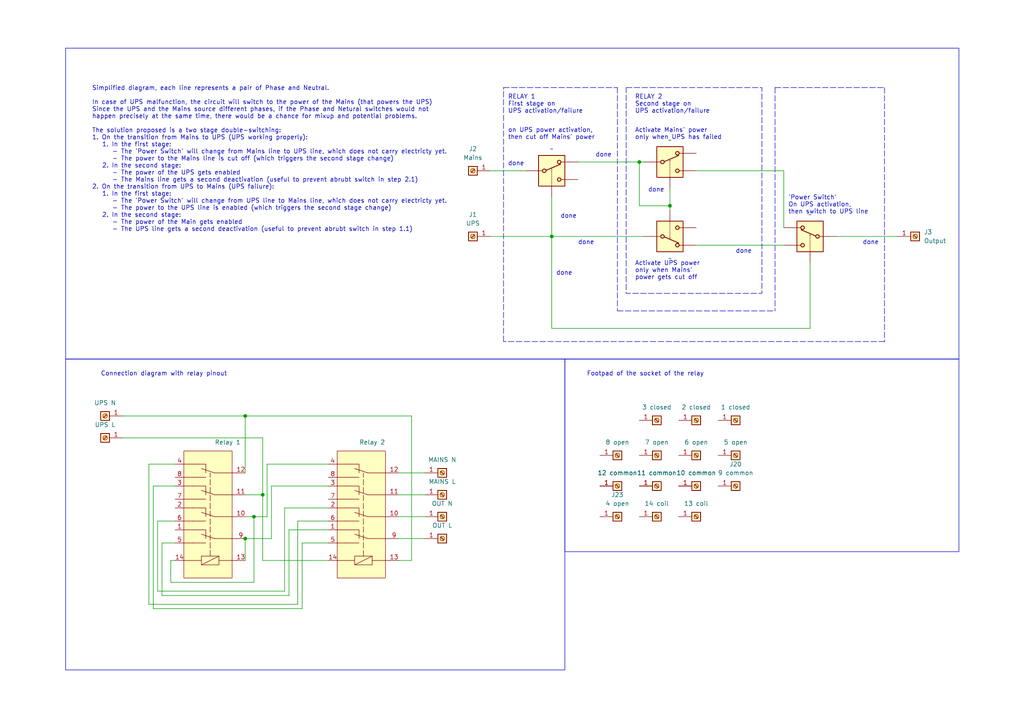
<source format=kicad_sch>
(kicad_sch (version 20230121) (generator eeschema)

  (uuid a0a6ea37-d553-4ef8-b43f-13da2cca2c22)

  (paper "A4")

  (title_block
    (title "Concept for a Uninterruptable Power Supply failure bypass")
    (date "2024-01-21")
    (rev "1.0")
    (company "Jonatan Asensio Palao")
  )

  (lib_symbols
    (symbol "Connector:Screw_Terminal_01x01" (pin_names (offset 1.016) hide) (in_bom yes) (on_board yes)
      (property "Reference" "J" (at 0 2.54 0)
        (effects (font (size 1.27 1.27)))
      )
      (property "Value" "Screw_Terminal_01x01" (at 0 -2.54 0)
        (effects (font (size 1.27 1.27)))
      )
      (property "Footprint" "" (at 0 0 0)
        (effects (font (size 1.27 1.27)) hide)
      )
      (property "Datasheet" "~" (at 0 0 0)
        (effects (font (size 1.27 1.27)) hide)
      )
      (property "ki_keywords" "screw terminal" (at 0 0 0)
        (effects (font (size 1.27 1.27)) hide)
      )
      (property "ki_description" "Generic screw terminal, single row, 01x01, script generated (kicad-library-utils/schlib/autogen/connector/)" (at 0 0 0)
        (effects (font (size 1.27 1.27)) hide)
      )
      (property "ki_fp_filters" "TerminalBlock*:*" (at 0 0 0)
        (effects (font (size 1.27 1.27)) hide)
      )
      (symbol "Screw_Terminal_01x01_1_1"
        (rectangle (start -1.27 1.27) (end 1.27 -1.27)
          (stroke (width 0.254) (type default))
          (fill (type background))
        )
        (polyline
          (pts
            (xy -0.5334 0.3302)
            (xy 0.3302 -0.508)
          )
          (stroke (width 0.1524) (type default))
          (fill (type none))
        )
        (polyline
          (pts
            (xy -0.3556 0.508)
            (xy 0.508 -0.3302)
          )
          (stroke (width 0.1524) (type default))
          (fill (type none))
        )
        (circle (center 0 0) (radius 0.635)
          (stroke (width 0.1524) (type default))
          (fill (type none))
        )
        (pin passive line (at -5.08 0 0) (length 3.81)
          (name "Pin_1" (effects (font (size 1.27 1.27))))
          (number "1" (effects (font (size 1.27 1.27))))
        )
      )
    )
    (symbol "TS5A3159AYZPR_1" (pin_numbers hide) (pin_names (offset 0.127) hide) (in_bom yes) (on_board yes)
      (property "Reference" "U" (at -3.175 7.239 0)
        (effects (font (size 1.27 1.27)) (justify left))
      )
      (property "Value" "TS5A3159AYZPR" (at -3.175 5.461 0)
        (effects (font (size 1.27 1.27)) (justify left))
      )
      (property "Footprint" "Package_BGA:Texas_DSBGA-6_0.9x1.4mm_Layout2x3_P0.5mm" (at 1.27 -14.605 0)
        (effects (font (size 1.27 1.27)) (justify left) hide)
      )
      (property "Datasheet" "http://www.ti.com/lit/ds/symlink/ts5a3159a.pdf" (at 1.27 -12.065 0)
        (effects (font (size 1.27 1.27)) (justify left) hide)
      )
      (property "ki_keywords" "Analog Switch" (at 0 0 0)
        (effects (font (size 1.27 1.27)) hide)
      )
      (property "ki_description" "Single SPDT Analog Switch, 1.65-V to 5.5-V Single-Supply Operation, 1Ohm Ron, DSBGA-6" (at 0 0 0)
        (effects (font (size 1.27 1.27)) hide)
      )
      (property "ki_fp_filters" "Texas*DSBGA*0.9x1.4mm*2x3*P0.5mm*" (at 0 0 0)
        (effects (font (size 1.27 1.27)) hide)
      )
      (symbol "TS5A3159AYZPR_1_1_1"
        (rectangle (start -3.81 4.445) (end 3.81 -4.445)
          (stroke (width 0.254) (type default))
          (fill (type background))
        )
        (circle (center -2.159 0) (radius 0.508)
          (stroke (width 0.254) (type default))
          (fill (type none))
        )
        (polyline
          (pts
            (xy -5.08 0)
            (xy -2.794 0)
          )
          (stroke (width 0) (type default))
          (fill (type none))
        )
        (polyline
          (pts
            (xy -1.651 0.127)
            (xy 2.54 1.905)
          )
          (stroke (width 0.254) (type default))
          (fill (type none))
        )
        (polyline
          (pts
            (xy 0 -5.08)
            (xy 0 -4.572)
          )
          (stroke (width 0) (type default))
          (fill (type none))
        )
        (polyline
          (pts
            (xy 0 -4.318)
            (xy 0 -4.064)
          )
          (stroke (width 0) (type default))
          (fill (type none))
        )
        (polyline
          (pts
            (xy 0 -3.81)
            (xy 0 -3.556)
          )
          (stroke (width 0) (type default))
          (fill (type none))
        )
        (polyline
          (pts
            (xy 0 -3.302)
            (xy 0 -3.048)
          )
          (stroke (width 0) (type default))
          (fill (type none))
        )
        (polyline
          (pts
            (xy 0 -2.794)
            (xy 0 -2.54)
          )
          (stroke (width 0) (type default))
          (fill (type none))
        )
        (polyline
          (pts
            (xy 0 -2.286)
            (xy 0 -2.032)
          )
          (stroke (width 0) (type default))
          (fill (type none))
        )
        (polyline
          (pts
            (xy 0 -1.778)
            (xy 0 -1.524)
          )
          (stroke (width 0) (type default))
          (fill (type none))
        )
        (polyline
          (pts
            (xy 0 -1.27)
            (xy 0 -1.016)
          )
          (stroke (width 0) (type default))
          (fill (type none))
        )
        (polyline
          (pts
            (xy 0 -0.762)
            (xy 0 -0.508)
          )
          (stroke (width 0) (type default))
          (fill (type none))
        )
        (polyline
          (pts
            (xy 0 -0.254)
            (xy 0 0)
          )
          (stroke (width 0) (type default))
          (fill (type none))
        )
        (polyline
          (pts
            (xy 0 0.254)
            (xy 0 0.508)
          )
          (stroke (width 0) (type default))
          (fill (type none))
        )
        (polyline
          (pts
            (xy 0 0.254)
            (xy 0 0.508)
          )
          (stroke (width 0) (type default))
          (fill (type none))
        )
        (polyline
          (pts
            (xy 5.08 -2.54)
            (xy 2.794 -2.54)
          )
          (stroke (width 0) (type default))
          (fill (type none))
        )
        (polyline
          (pts
            (xy 5.08 2.54)
            (xy 2.794 2.54)
          )
          (stroke (width 0) (type default))
          (fill (type none))
        )
        (circle (center 2.159 -2.54) (radius 0.508)
          (stroke (width 0.254) (type default))
          (fill (type none))
        )
        (circle (center 2.159 2.54) (radius 0.508)
          (stroke (width 0.254) (type default))
          (fill (type none))
        )
        (pin passive line (at 7.62 -2.54 180) (length 2.54)
          (name "~" (effects (font (size 1.27 1.27))))
          (number "A1" (effects (font (size 1.27 1.27))))
        )
        (pin input line (at 0 -7.62 90) (length 2.54)
          (name "~" (effects (font (size 1.27 1.27))))
          (number "A2" (effects (font (size 1.27 1.27))))
        )
        (pin passive line (at 7.62 2.54 180) (length 2.54)
          (name "~" (effects (font (size 1.27 1.27))))
          (number "C1" (effects (font (size 1.27 1.27))))
        )
        (pin passive line (at -7.62 0 0) (length 2.54)
          (name "~" (effects (font (size 1.27 1.27))))
          (number "C2" (effects (font (size 1.27 1.27))))
        )
      )
      (symbol "TS5A3159AYZPR_1_2_0"
        (pin power_in line (at 0 -12.7 90) (length 2.54)
          (name "GND" (effects (font (size 1.27 1.27))))
          (number "B1" (effects (font (size 1.27 1.27))))
        )
        (pin power_in line (at 0 12.7 270) (length 2.54)
          (name "V+" (effects (font (size 1.27 1.27))))
          (number "B2" (effects (font (size 1.27 1.27))))
        )
      )
      (symbol "TS5A3159AYZPR_1_2_1"
        (rectangle (start -3.81 10.16) (end 3.81 -10.16)
          (stroke (width 0.254) (type default))
          (fill (type background))
        )
      )
    )
    (symbol "TS5A3159AYZPR_2" (pin_numbers hide) (pin_names (offset 0.127) hide) (in_bom yes) (on_board yes)
      (property "Reference" "U" (at -3.175 7.239 0)
        (effects (font (size 1.27 1.27)) (justify left))
      )
      (property "Value" "TS5A3159AYZPR" (at -3.175 5.461 0)
        (effects (font (size 1.27 1.27)) (justify left))
      )
      (property "Footprint" "Package_BGA:Texas_DSBGA-6_0.9x1.4mm_Layout2x3_P0.5mm" (at 1.27 -14.605 0)
        (effects (font (size 1.27 1.27)) (justify left) hide)
      )
      (property "Datasheet" "http://www.ti.com/lit/ds/symlink/ts5a3159a.pdf" (at 1.27 -12.065 0)
        (effects (font (size 1.27 1.27)) (justify left) hide)
      )
      (property "ki_keywords" "Analog Switch" (at 0 0 0)
        (effects (font (size 1.27 1.27)) hide)
      )
      (property "ki_description" "Single SPDT Analog Switch, 1.65-V to 5.5-V Single-Supply Operation, 1Ohm Ron, DSBGA-6" (at 0 0 0)
        (effects (font (size 1.27 1.27)) hide)
      )
      (property "ki_fp_filters" "Texas*DSBGA*0.9x1.4mm*2x3*P0.5mm*" (at 0 0 0)
        (effects (font (size 1.27 1.27)) hide)
      )
      (symbol "TS5A3159AYZPR_2_1_1"
        (rectangle (start -3.81 4.445) (end 3.81 -4.445)
          (stroke (width 0.254) (type default))
          (fill (type background))
        )
        (circle (center -2.159 0) (radius 0.508)
          (stroke (width 0.254) (type default))
          (fill (type none))
        )
        (polyline
          (pts
            (xy -5.08 0)
            (xy -2.794 0)
          )
          (stroke (width 0) (type default))
          (fill (type none))
        )
        (polyline
          (pts
            (xy -1.651 0.127)
            (xy 2.54 1.905)
          )
          (stroke (width 0.254) (type default))
          (fill (type none))
        )
        (polyline
          (pts
            (xy 0 -5.08)
            (xy 0 -4.572)
          )
          (stroke (width 0) (type default))
          (fill (type none))
        )
        (polyline
          (pts
            (xy 0 -4.318)
            (xy 0 -4.064)
          )
          (stroke (width 0) (type default))
          (fill (type none))
        )
        (polyline
          (pts
            (xy 0 -3.81)
            (xy 0 -3.556)
          )
          (stroke (width 0) (type default))
          (fill (type none))
        )
        (polyline
          (pts
            (xy 0 -3.302)
            (xy 0 -3.048)
          )
          (stroke (width 0) (type default))
          (fill (type none))
        )
        (polyline
          (pts
            (xy 0 -2.794)
            (xy 0 -2.54)
          )
          (stroke (width 0) (type default))
          (fill (type none))
        )
        (polyline
          (pts
            (xy 0 -2.286)
            (xy 0 -2.032)
          )
          (stroke (width 0) (type default))
          (fill (type none))
        )
        (polyline
          (pts
            (xy 0 -1.778)
            (xy 0 -1.524)
          )
          (stroke (width 0) (type default))
          (fill (type none))
        )
        (polyline
          (pts
            (xy 0 -1.27)
            (xy 0 -1.016)
          )
          (stroke (width 0) (type default))
          (fill (type none))
        )
        (polyline
          (pts
            (xy 0 -0.762)
            (xy 0 -0.508)
          )
          (stroke (width 0) (type default))
          (fill (type none))
        )
        (polyline
          (pts
            (xy 0 -0.254)
            (xy 0 0)
          )
          (stroke (width 0) (type default))
          (fill (type none))
        )
        (polyline
          (pts
            (xy 0 0.254)
            (xy 0 0.508)
          )
          (stroke (width 0) (type default))
          (fill (type none))
        )
        (polyline
          (pts
            (xy 0 0.254)
            (xy 0 0.508)
          )
          (stroke (width 0) (type default))
          (fill (type none))
        )
        (polyline
          (pts
            (xy 5.08 -2.54)
            (xy 2.794 -2.54)
          )
          (stroke (width 0) (type default))
          (fill (type none))
        )
        (polyline
          (pts
            (xy 5.08 2.54)
            (xy 2.794 2.54)
          )
          (stroke (width 0) (type default))
          (fill (type none))
        )
        (circle (center 2.159 -2.54) (radius 0.508)
          (stroke (width 0.254) (type default))
          (fill (type none))
        )
        (circle (center 2.159 2.54) (radius 0.508)
          (stroke (width 0.254) (type default))
          (fill (type none))
        )
        (pin passive line (at 7.62 -2.54 180) (length 2.54)
          (name "~" (effects (font (size 1.27 1.27))))
          (number "A1" (effects (font (size 1.27 1.27))))
        )
        (pin input line (at 0 -7.62 90) (length 2.54)
          (name "~" (effects (font (size 1.27 1.27))))
          (number "A2" (effects (font (size 1.27 1.27))))
        )
        (pin passive line (at 7.62 2.54 180) (length 2.54)
          (name "~" (effects (font (size 1.27 1.27))))
          (number "C1" (effects (font (size 1.27 1.27))))
        )
        (pin passive line (at -7.62 0 0) (length 2.54)
          (name "~" (effects (font (size 1.27 1.27))))
          (number "C2" (effects (font (size 1.27 1.27))))
        )
      )
      (symbol "TS5A3159AYZPR_2_2_0"
        (pin power_in line (at 0 -12.7 90) (length 2.54)
          (name "GND" (effects (font (size 1.27 1.27))))
          (number "B1" (effects (font (size 1.27 1.27))))
        )
        (pin power_in line (at 0 12.7 270) (length 2.54)
          (name "V+" (effects (font (size 1.27 1.27))))
          (number "B2" (effects (font (size 1.27 1.27))))
        )
      )
      (symbol "TS5A3159AYZPR_2_2_1"
        (rectangle (start -3.81 10.16) (end 3.81 -10.16)
          (stroke (width 0.254) (type default))
          (fill (type background))
        )
      )
    )
    (symbol "TS5A3159AYZPR_3" (pin_numbers hide) (pin_names (offset 0.127) hide) (in_bom yes) (on_board yes)
      (property "Reference" "U" (at -3.175 7.239 0)
        (effects (font (size 1.27 1.27)) (justify left))
      )
      (property "Value" "TS5A3159AYZPR" (at -3.175 5.461 0)
        (effects (font (size 1.27 1.27)) (justify left))
      )
      (property "Footprint" "Package_BGA:Texas_DSBGA-6_0.9x1.4mm_Layout2x3_P0.5mm" (at 1.27 -14.605 0)
        (effects (font (size 1.27 1.27)) (justify left) hide)
      )
      (property "Datasheet" "http://www.ti.com/lit/ds/symlink/ts5a3159a.pdf" (at 1.27 -12.065 0)
        (effects (font (size 1.27 1.27)) (justify left) hide)
      )
      (property "ki_keywords" "Analog Switch" (at 0 0 0)
        (effects (font (size 1.27 1.27)) hide)
      )
      (property "ki_description" "Single SPDT Analog Switch, 1.65-V to 5.5-V Single-Supply Operation, 1Ohm Ron, DSBGA-6" (at 0 0 0)
        (effects (font (size 1.27 1.27)) hide)
      )
      (property "ki_fp_filters" "Texas*DSBGA*0.9x1.4mm*2x3*P0.5mm*" (at 0 0 0)
        (effects (font (size 1.27 1.27)) hide)
      )
      (symbol "TS5A3159AYZPR_3_1_1"
        (rectangle (start -3.81 4.445) (end 3.81 -4.445)
          (stroke (width 0.254) (type default))
          (fill (type background))
        )
        (circle (center -2.159 0) (radius 0.508)
          (stroke (width 0.254) (type default))
          (fill (type none))
        )
        (polyline
          (pts
            (xy -5.08 0)
            (xy -2.794 0)
          )
          (stroke (width 0) (type default))
          (fill (type none))
        )
        (polyline
          (pts
            (xy -1.651 0.127)
            (xy 2.54 1.905)
          )
          (stroke (width 0.254) (type default))
          (fill (type none))
        )
        (polyline
          (pts
            (xy 0 -5.08)
            (xy 0 -4.572)
          )
          (stroke (width 0) (type default))
          (fill (type none))
        )
        (polyline
          (pts
            (xy 0 -4.318)
            (xy 0 -4.064)
          )
          (stroke (width 0) (type default))
          (fill (type none))
        )
        (polyline
          (pts
            (xy 0 -3.81)
            (xy 0 -3.556)
          )
          (stroke (width 0) (type default))
          (fill (type none))
        )
        (polyline
          (pts
            (xy 0 -3.302)
            (xy 0 -3.048)
          )
          (stroke (width 0) (type default))
          (fill (type none))
        )
        (polyline
          (pts
            (xy 0 -2.794)
            (xy 0 -2.54)
          )
          (stroke (width 0) (type default))
          (fill (type none))
        )
        (polyline
          (pts
            (xy 0 -2.286)
            (xy 0 -2.032)
          )
          (stroke (width 0) (type default))
          (fill (type none))
        )
        (polyline
          (pts
            (xy 0 -1.778)
            (xy 0 -1.524)
          )
          (stroke (width 0) (type default))
          (fill (type none))
        )
        (polyline
          (pts
            (xy 0 -1.27)
            (xy 0 -1.016)
          )
          (stroke (width 0) (type default))
          (fill (type none))
        )
        (polyline
          (pts
            (xy 0 -0.762)
            (xy 0 -0.508)
          )
          (stroke (width 0) (type default))
          (fill (type none))
        )
        (polyline
          (pts
            (xy 0 -0.254)
            (xy 0 0)
          )
          (stroke (width 0) (type default))
          (fill (type none))
        )
        (polyline
          (pts
            (xy 0 0.254)
            (xy 0 0.508)
          )
          (stroke (width 0) (type default))
          (fill (type none))
        )
        (polyline
          (pts
            (xy 0 0.254)
            (xy 0 0.508)
          )
          (stroke (width 0) (type default))
          (fill (type none))
        )
        (polyline
          (pts
            (xy 5.08 -2.54)
            (xy 2.794 -2.54)
          )
          (stroke (width 0) (type default))
          (fill (type none))
        )
        (polyline
          (pts
            (xy 5.08 2.54)
            (xy 2.794 2.54)
          )
          (stroke (width 0) (type default))
          (fill (type none))
        )
        (circle (center 2.159 -2.54) (radius 0.508)
          (stroke (width 0.254) (type default))
          (fill (type none))
        )
        (circle (center 2.159 2.54) (radius 0.508)
          (stroke (width 0.254) (type default))
          (fill (type none))
        )
        (pin passive line (at 7.62 -2.54 180) (length 2.54)
          (name "~" (effects (font (size 1.27 1.27))))
          (number "A1" (effects (font (size 1.27 1.27))))
        )
        (pin input line (at 0 -7.62 90) (length 2.54)
          (name "~" (effects (font (size 1.27 1.27))))
          (number "A2" (effects (font (size 1.27 1.27))))
        )
        (pin passive line (at 7.62 2.54 180) (length 2.54)
          (name "~" (effects (font (size 1.27 1.27))))
          (number "C1" (effects (font (size 1.27 1.27))))
        )
        (pin passive line (at -7.62 0 0) (length 2.54)
          (name "~" (effects (font (size 1.27 1.27))))
          (number "C2" (effects (font (size 1.27 1.27))))
        )
      )
      (symbol "TS5A3159AYZPR_3_2_0"
        (pin power_in line (at 0 -12.7 90) (length 2.54)
          (name "GND" (effects (font (size 1.27 1.27))))
          (number "B1" (effects (font (size 1.27 1.27))))
        )
        (pin power_in line (at 0 12.7 270) (length 2.54)
          (name "V+" (effects (font (size 1.27 1.27))))
          (number "B2" (effects (font (size 1.27 1.27))))
        )
      )
      (symbol "TS5A3159AYZPR_3_2_1"
        (rectangle (start -3.81 10.16) (end 3.81 -10.16)
          (stroke (width 0.254) (type default))
          (fill (type background))
        )
      )
    )
    (symbol "TS5A3159AYZPR_4" (pin_numbers hide) (pin_names (offset 0.127) hide) (in_bom yes) (on_board yes)
      (property "Reference" "U" (at -3.175 7.239 0)
        (effects (font (size 1.27 1.27)) (justify left))
      )
      (property "Value" "TS5A3159AYZPR" (at -3.175 5.461 0)
        (effects (font (size 1.27 1.27)) (justify left))
      )
      (property "Footprint" "Package_BGA:Texas_DSBGA-6_0.9x1.4mm_Layout2x3_P0.5mm" (at 1.27 -14.605 0)
        (effects (font (size 1.27 1.27)) (justify left) hide)
      )
      (property "Datasheet" "http://www.ti.com/lit/ds/symlink/ts5a3159a.pdf" (at 1.27 -12.065 0)
        (effects (font (size 1.27 1.27)) (justify left) hide)
      )
      (property "ki_keywords" "Analog Switch" (at 0 0 0)
        (effects (font (size 1.27 1.27)) hide)
      )
      (property "ki_description" "Single SPDT Analog Switch, 1.65-V to 5.5-V Single-Supply Operation, 1Ohm Ron, DSBGA-6" (at 0 0 0)
        (effects (font (size 1.27 1.27)) hide)
      )
      (property "ki_fp_filters" "Texas*DSBGA*0.9x1.4mm*2x3*P0.5mm*" (at 0 0 0)
        (effects (font (size 1.27 1.27)) hide)
      )
      (symbol "TS5A3159AYZPR_4_1_1"
        (rectangle (start -3.81 4.445) (end 3.81 -4.445)
          (stroke (width 0.254) (type default))
          (fill (type background))
        )
        (circle (center -2.159 0) (radius 0.508)
          (stroke (width 0.254) (type default))
          (fill (type none))
        )
        (polyline
          (pts
            (xy -5.08 0)
            (xy -2.794 0)
          )
          (stroke (width 0) (type default))
          (fill (type none))
        )
        (polyline
          (pts
            (xy -1.651 0.127)
            (xy 2.54 1.905)
          )
          (stroke (width 0.254) (type default))
          (fill (type none))
        )
        (polyline
          (pts
            (xy 0 -5.08)
            (xy 0 -4.572)
          )
          (stroke (width 0) (type default))
          (fill (type none))
        )
        (polyline
          (pts
            (xy 0 -4.318)
            (xy 0 -4.064)
          )
          (stroke (width 0) (type default))
          (fill (type none))
        )
        (polyline
          (pts
            (xy 0 -3.81)
            (xy 0 -3.556)
          )
          (stroke (width 0) (type default))
          (fill (type none))
        )
        (polyline
          (pts
            (xy 0 -3.302)
            (xy 0 -3.048)
          )
          (stroke (width 0) (type default))
          (fill (type none))
        )
        (polyline
          (pts
            (xy 0 -2.794)
            (xy 0 -2.54)
          )
          (stroke (width 0) (type default))
          (fill (type none))
        )
        (polyline
          (pts
            (xy 0 -2.286)
            (xy 0 -2.032)
          )
          (stroke (width 0) (type default))
          (fill (type none))
        )
        (polyline
          (pts
            (xy 0 -1.778)
            (xy 0 -1.524)
          )
          (stroke (width 0) (type default))
          (fill (type none))
        )
        (polyline
          (pts
            (xy 0 -1.27)
            (xy 0 -1.016)
          )
          (stroke (width 0) (type default))
          (fill (type none))
        )
        (polyline
          (pts
            (xy 0 -0.762)
            (xy 0 -0.508)
          )
          (stroke (width 0) (type default))
          (fill (type none))
        )
        (polyline
          (pts
            (xy 0 -0.254)
            (xy 0 0)
          )
          (stroke (width 0) (type default))
          (fill (type none))
        )
        (polyline
          (pts
            (xy 0 0.254)
            (xy 0 0.508)
          )
          (stroke (width 0) (type default))
          (fill (type none))
        )
        (polyline
          (pts
            (xy 0 0.254)
            (xy 0 0.508)
          )
          (stroke (width 0) (type default))
          (fill (type none))
        )
        (polyline
          (pts
            (xy 5.08 -2.54)
            (xy 2.794 -2.54)
          )
          (stroke (width 0) (type default))
          (fill (type none))
        )
        (polyline
          (pts
            (xy 5.08 2.54)
            (xy 2.794 2.54)
          )
          (stroke (width 0) (type default))
          (fill (type none))
        )
        (circle (center 2.159 -2.54) (radius 0.508)
          (stroke (width 0.254) (type default))
          (fill (type none))
        )
        (circle (center 2.159 2.54) (radius 0.508)
          (stroke (width 0.254) (type default))
          (fill (type none))
        )
        (pin passive line (at 7.62 -2.54 180) (length 2.54)
          (name "~" (effects (font (size 1.27 1.27))))
          (number "A1" (effects (font (size 1.27 1.27))))
        )
        (pin input line (at 0 -7.62 90) (length 2.54)
          (name "~" (effects (font (size 1.27 1.27))))
          (number "A2" (effects (font (size 1.27 1.27))))
        )
        (pin passive line (at 7.62 2.54 180) (length 2.54)
          (name "~" (effects (font (size 1.27 1.27))))
          (number "C1" (effects (font (size 1.27 1.27))))
        )
        (pin passive line (at -7.62 0 0) (length 2.54)
          (name "~" (effects (font (size 1.27 1.27))))
          (number "C2" (effects (font (size 1.27 1.27))))
        )
      )
      (symbol "TS5A3159AYZPR_4_2_0"
        (pin power_in line (at 0 -12.7 90) (length 2.54)
          (name "GND" (effects (font (size 1.27 1.27))))
          (number "B1" (effects (font (size 1.27 1.27))))
        )
        (pin power_in line (at 0 12.7 270) (length 2.54)
          (name "V+" (effects (font (size 1.27 1.27))))
          (number "B2" (effects (font (size 1.27 1.27))))
        )
      )
      (symbol "TS5A3159AYZPR_4_2_1"
        (rectangle (start -3.81 10.16) (end 3.81 -10.16)
          (stroke (width 0.254) (type default))
          (fill (type background))
        )
      )
    )
    (symbol "ups_symbol_library:HH54" (in_bom yes) (on_board yes)
      (property "Reference" "U" (at 12.7 5.08 0)
        (effects (font (size 1.27 1.27)))
      )
      (property "Value" "" (at 3.81 -3.81 0)
        (effects (font (size 1.27 1.27)))
      )
      (property "Footprint" "" (at 3.81 -3.81 0)
        (effects (font (size 1.27 1.27)) hide)
      )
      (property "Datasheet" "" (at 3.81 -3.81 0)
        (effects (font (size 1.27 1.27)) hide)
      )
      (symbol "HH54_0_1"
        (polyline
          (pts
            (xy -1.27 -17.78)
            (xy 2.54 -17.78)
          )
          (stroke (width 0) (type default))
          (fill (type none))
        )
        (polyline
          (pts
            (xy -11.43 -17.78)
            (xy -6.35 -17.78)
            (xy -6.35 -16.51)
            (xy -1.27 -16.51)
            (xy -1.27 -19.05)
            (xy -6.35 -19.05)
            (xy -6.35 -17.78)
            (xy -6.35 -16.51)
          )
          (stroke (width 0) (type default))
          (fill (type none))
        )
      )
      (symbol "HH54_1_1"
        (rectangle (start -11.43 13.97) (end 2.54 -22.86)
          (stroke (width 0) (type default))
          (fill (type background))
        )
        (polyline
          (pts
            (xy -11.43 -12.7)
            (xy -8.89 -12.7)
          )
          (stroke (width 0) (type default))
          (fill (type none))
        )
        (polyline
          (pts
            (xy -11.43 -8.89)
            (xy -8.89 -8.89)
          )
          (stroke (width 0) (type default))
          (fill (type none))
        )
        (polyline
          (pts
            (xy -11.43 -6.35)
            (xy -8.89 -6.35)
          )
          (stroke (width 0) (type default))
          (fill (type none))
        )
        (polyline
          (pts
            (xy -11.43 -2.54)
            (xy -8.89 -2.54)
          )
          (stroke (width 0) (type default))
          (fill (type none))
        )
        (polyline
          (pts
            (xy -11.43 0)
            (xy -8.89 0)
          )
          (stroke (width 0) (type default))
          (fill (type none))
        )
        (polyline
          (pts
            (xy -11.43 3.81)
            (xy -8.89 3.81)
          )
          (stroke (width 0) (type default))
          (fill (type none))
        )
        (polyline
          (pts
            (xy -11.43 6.35)
            (xy -8.89 6.35)
          )
          (stroke (width 0) (type default))
          (fill (type none))
        )
        (polyline
          (pts
            (xy -8.89 10.16)
            (xy -11.43 10.16)
          )
          (stroke (width 0) (type default))
          (fill (type none))
        )
        (polyline
          (pts
            (xy -2.54 -11.43)
            (xy -6.35 -10.16)
          )
          (stroke (width 0) (type default))
          (fill (type none))
        )
        (polyline
          (pts
            (xy -2.54 -5.08)
            (xy -6.35 -3.81)
          )
          (stroke (width 0) (type default))
          (fill (type none))
        )
        (polyline
          (pts
            (xy -2.54 1.27)
            (xy -6.35 2.54)
          )
          (stroke (width 0) (type default))
          (fill (type none))
        )
        (polyline
          (pts
            (xy -2.54 7.62)
            (xy -6.35 8.89)
          )
          (stroke (width 0) (type default))
          (fill (type none))
        )
        (polyline
          (pts
            (xy -1.27 -16.51)
            (xy -6.35 -19.05)
          )
          (stroke (width 0) (type default))
          (fill (type none))
        )
        (polyline
          (pts
            (xy 3.81 -11.43)
            (xy -2.54 -11.43)
          )
          (stroke (width 0) (type default))
          (fill (type none))
        )
        (polyline
          (pts
            (xy 3.81 -5.08)
            (xy -2.54 -5.08)
          )
          (stroke (width 0) (type default))
          (fill (type none))
        )
        (polyline
          (pts
            (xy 3.81 1.27)
            (xy -2.54 1.27)
          )
          (stroke (width 0) (type default))
          (fill (type none))
        )
        (polyline
          (pts
            (xy 3.81 7.62)
            (xy -2.54 7.62)
          )
          (stroke (width 0) (type default))
          (fill (type none))
        )
        (polyline
          (pts
            (xy -3.81 -16.51)
            (xy -3.81 7.62)
            (xy -3.81 7.62)
          )
          (stroke (width 0) (type dash))
          (fill (type none))
        )
        (polyline
          (pts
            (xy 2.54 -17.78)
            (xy 3.81 -17.78)
            (xy 2.54 -17.78)
          )
          (stroke (width 0) (type default))
          (fill (type none))
        )
        (polyline
          (pts
            (xy -5.08 -12.7)
            (xy -6.35 -12.7)
            (xy -6.35 -12.7)
            (xy -8.89 -12.7)
          )
          (stroke (width 0) (type default))
          (fill (type none))
        )
        (polyline
          (pts
            (xy -5.08 -6.35)
            (xy -6.35 -6.35)
            (xy -6.35 -6.35)
            (xy -8.89 -6.35)
          )
          (stroke (width 0) (type default))
          (fill (type none))
        )
        (polyline
          (pts
            (xy -5.08 0)
            (xy -6.35 0)
            (xy -6.35 0)
            (xy -8.89 0)
          )
          (stroke (width 0) (type default))
          (fill (type none))
        )
        (polyline
          (pts
            (xy -5.08 6.35)
            (xy -6.35 6.35)
            (xy -6.35 6.35)
            (xy -8.89 6.35)
          )
          (stroke (width 0) (type default))
          (fill (type none))
        )
        (polyline
          (pts
            (xy -8.89 -8.89)
            (xy -7.62 -8.89)
            (xy -7.62 -8.89)
            (xy -5.08 -8.89)
            (xy -5.08 -11.43)
          )
          (stroke (width 0) (type default))
          (fill (type none))
        )
        (polyline
          (pts
            (xy -8.89 -2.54)
            (xy -7.62 -2.54)
            (xy -7.62 -2.54)
            (xy -5.08 -2.54)
            (xy -5.08 -5.08)
          )
          (stroke (width 0) (type default))
          (fill (type none))
        )
        (polyline
          (pts
            (xy -8.89 3.81)
            (xy -7.62 3.81)
            (xy -7.62 3.81)
            (xy -5.08 3.81)
            (xy -5.08 1.27)
          )
          (stroke (width 0) (type default))
          (fill (type none))
        )
        (polyline
          (pts
            (xy -8.89 10.16)
            (xy -7.62 10.16)
            (xy -7.62 10.16)
            (xy -5.08 10.16)
            (xy -5.08 7.62)
          )
          (stroke (width 0) (type default))
          (fill (type none))
        )
        (pin input line (at -13.97 -8.89 0) (length 2.54)
          (name "" (effects (font (size 1.27 1.27))))
          (number "1" (effects (font (size 1.27 1.27))))
        )
        (pin input line (at 6.35 -5.08 180) (length 2.54)
          (name "" (effects (font (size 1.27 1.27))))
          (number "10" (effects (font (size 1.27 1.27))))
        )
        (pin input line (at 6.35 1.27 180) (length 2.54)
          (name "" (effects (font (size 1.27 1.27))))
          (number "11" (effects (font (size 1.27 1.27))))
        )
        (pin input line (at 6.35 7.62 180) (length 2.54)
          (name "" (effects (font (size 1.27 1.27))))
          (number "12" (effects (font (size 1.27 1.27))))
        )
        (pin input line (at 6.35 -17.78 180) (length 2.54)
          (name "" (effects (font (size 1.27 1.27))))
          (number "13" (effects (font (size 1.27 1.27))))
        )
        (pin input line (at -13.97 -17.78 0) (length 2.54)
          (name "" (effects (font (size 1.27 1.27))))
          (number "14" (effects (font (size 1.27 1.27))))
        )
        (pin input line (at -13.97 -2.54 0) (length 2.54)
          (name "" (effects (font (size 1.27 1.27))))
          (number "2" (effects (font (size 1.27 1.27))))
        )
        (pin input line (at -13.97 3.81 0) (length 2.54)
          (name "" (effects (font (size 1.27 1.27))))
          (number "3" (effects (font (size 1.27 1.27))))
        )
        (pin input line (at -13.97 10.16 0) (length 2.54)
          (name "" (effects (font (size 1.27 1.27))))
          (number "4" (effects (font (size 1.27 1.27))))
        )
        (pin input line (at -13.97 -12.7 0) (length 2.54)
          (name "" (effects (font (size 1.27 1.27))))
          (number "5" (effects (font (size 1.27 1.27))))
        )
        (pin input line (at -13.97 -6.35 0) (length 2.54)
          (name "" (effects (font (size 1.27 1.27))))
          (number "6" (effects (font (size 1.27 1.27))))
        )
        (pin input line (at -13.97 0 0) (length 2.54)
          (name "" (effects (font (size 1.27 1.27))))
          (number "7" (effects (font (size 1.27 1.27))))
        )
        (pin input line (at -13.97 6.35 0) (length 2.54)
          (name "" (effects (font (size 1.27 1.27))))
          (number "8" (effects (font (size 1.27 1.27))))
        )
        (pin input line (at 6.35 -11.43 180) (length 2.54)
          (name "" (effects (font (size 1.27 1.27))))
          (number "9" (effects (font (size 1.27 1.27))))
        )
      )
    )
  )

  (junction (at 71.12 120.65) (diameter 0) (color 0 0 0 0)
    (uuid 157b1e46-ad8d-44b2-a1c6-3ac86e9c3170)
  )
  (junction (at 71.12 156.21) (diameter 0) (color 0 0 0 0)
    (uuid 6f86d34b-8d34-450e-93d5-8db0749c1a86)
  )
  (junction (at 160.02 68.58) (diameter 0) (color 0 0 0 0)
    (uuid 91c3a8eb-3b9c-4bd0-a3d2-7367d20aac76)
  )
  (junction (at 76.2 143.51) (diameter 0) (color 0 0 0 0)
    (uuid ce5624a3-32e6-44d8-b0a8-bc5d8a1bf1f3)
  )
  (junction (at 194.31 59.69) (diameter 0) (color 0 0 0 0)
    (uuid da284d5a-3535-484d-aa64-e5f4dadd0d57)
  )
  (junction (at 185.42 46.99) (diameter 0) (color 0 0 0 0)
    (uuid e7665997-b6f2-4295-b75b-1d3db8066334)
  )
  (junction (at 73.66 149.86) (diameter 0) (color 0 0 0 0)
    (uuid fa0b7206-fa78-450f-854b-666f5c6c506e)
  )

  (wire (pts (xy 167.64 46.99) (xy 185.42 46.99))
    (stroke (width 0) (type default))
    (uuid 01141154-551c-4a3a-8b76-05b7977ed876)
  )
  (wire (pts (xy 76.2 127) (xy 76.2 143.51))
    (stroke (width 0) (type default))
    (uuid 022a42d8-4008-4398-81b8-e6fb34daea06)
  )
  (wire (pts (xy 185.42 46.99) (xy 186.69 46.99))
    (stroke (width 0) (type default))
    (uuid 0706b733-faea-4067-8a02-f7846b32ce47)
  )
  (wire (pts (xy 83.82 153.67) (xy 83.82 172.72))
    (stroke (width 0) (type default))
    (uuid 0c8d0c94-decf-46aa-bf2a-01eed71b3e7b)
  )
  (wire (pts (xy 95.25 162.56) (xy 76.2 162.56))
    (stroke (width 0) (type default))
    (uuid 11de9cef-fdcf-4ee5-a00a-76436b7f9991)
  )
  (wire (pts (xy 115.57 156.21) (xy 123.19 156.21))
    (stroke (width 0) (type default))
    (uuid 12750023-fa9b-493a-a80c-12edefb1fe54)
  )
  (wire (pts (xy 77.47 134.62) (xy 77.47 149.86))
    (stroke (width 0) (type default))
    (uuid 225b37d0-496e-43f1-ac92-ae62ca6a108d)
  )
  (wire (pts (xy 115.57 162.56) (xy 119.38 162.56))
    (stroke (width 0) (type default))
    (uuid 2ac0ba15-2be5-4898-82af-6f45ed3082cb)
  )
  (polyline (pts (xy 179.07 25.4) (xy 179.07 90.17))
    (stroke (width 0) (type dash))
    (uuid 2b93f481-1b23-4edc-a8f7-24df52c65942)
  )

  (wire (pts (xy 50.8 134.62) (xy 43.18 134.62))
    (stroke (width 0) (type default))
    (uuid 2d285626-b5cd-49e4-89c4-54d9dae5274c)
  )
  (wire (pts (xy 73.66 149.86) (xy 71.12 149.86))
    (stroke (width 0) (type default))
    (uuid 2eec99e2-df5a-4092-a45a-ed111c65ff52)
  )
  (wire (pts (xy 86.36 151.13) (xy 95.25 151.13))
    (stroke (width 0) (type default))
    (uuid 318d90f0-2eab-4601-971c-a5cdc85f59aa)
  )
  (wire (pts (xy 71.12 120.65) (xy 71.12 137.16))
    (stroke (width 0) (type default))
    (uuid 32b4cdfc-4344-4c62-8053-80f8b13a7285)
  )
  (wire (pts (xy 115.57 143.51) (xy 123.19 143.51))
    (stroke (width 0) (type default))
    (uuid 3649f67c-79c4-4e0c-a98b-4ce4c61b7c13)
  )
  (wire (pts (xy 115.57 149.86) (xy 123.19 149.86))
    (stroke (width 0) (type default))
    (uuid 44caea66-5625-432e-ac5d-1aed6277eb63)
  )
  (wire (pts (xy 45.72 171.45) (xy 45.72 151.13))
    (stroke (width 0) (type default))
    (uuid 46af1797-6a5a-4062-8c50-32c34ec74e39)
  )
  (polyline (pts (xy 256.54 25.4) (xy 256.54 99.06))
    (stroke (width 0) (type dash))
    (uuid 4ea509c7-27c3-4e8f-a7ec-a99d382ec177)
  )

  (wire (pts (xy 119.38 120.65) (xy 119.38 162.56))
    (stroke (width 0) (type default))
    (uuid 5108f6d2-0a01-4ecd-a8e8-3c642e4b7fe4)
  )
  (wire (pts (xy 44.45 176.53) (xy 44.45 140.97))
    (stroke (width 0) (type default))
    (uuid 5399dfe0-35c6-4840-8f80-5e5a47999a47)
  )
  (wire (pts (xy 82.55 171.45) (xy 82.55 147.32))
    (stroke (width 0) (type default))
    (uuid 53c818c4-fc95-4724-97dd-a9c31e2bd5d5)
  )
  (wire (pts (xy 45.72 171.45) (xy 82.55 171.45))
    (stroke (width 0) (type default))
    (uuid 5b5604f5-32d2-4d2e-b3cb-5346459df057)
  )
  (wire (pts (xy 46.99 157.48) (xy 50.8 157.48))
    (stroke (width 0) (type default))
    (uuid 5e2364ce-22ec-4450-8554-fde812236249)
  )
  (wire (pts (xy 45.72 151.13) (xy 50.8 151.13))
    (stroke (width 0) (type default))
    (uuid 5f6618a6-ef58-4131-9baf-7bf80d5e8383)
  )
  (wire (pts (xy 160.02 68.58) (xy 186.69 68.58))
    (stroke (width 0) (type default))
    (uuid 635033b0-25ac-4d4a-b7cd-32f29fd6ecf4)
  )
  (wire (pts (xy 185.42 59.69) (xy 185.42 46.99))
    (stroke (width 0) (type default))
    (uuid 6451a732-8b97-4e63-8dd4-4c670f1ea542)
  )
  (wire (pts (xy 234.95 76.2) (xy 234.95 95.25))
    (stroke (width 0) (type default))
    (uuid 6a37a7d6-6670-4411-9b62-d46302df73f8)
  )
  (wire (pts (xy 227.33 49.53) (xy 227.33 66.04))
    (stroke (width 0) (type default))
    (uuid 6e66dc25-1a35-4b6c-b065-433fda02dd7b)
  )
  (wire (pts (xy 82.55 147.32) (xy 95.25 147.32))
    (stroke (width 0) (type default))
    (uuid 74f4faff-710d-463d-bc70-86ee5f7dda6e)
  )
  (wire (pts (xy 44.45 140.97) (xy 50.8 140.97))
    (stroke (width 0) (type default))
    (uuid 76e3a1c0-7894-445a-9918-a37d4aea8bb5)
  )
  (wire (pts (xy 185.42 59.69) (xy 194.31 59.69))
    (stroke (width 0) (type default))
    (uuid 78599dd5-2459-4b8b-961d-34d56a2829f1)
  )
  (wire (pts (xy 194.31 60.96) (xy 194.31 59.69))
    (stroke (width 0) (type default))
    (uuid 7a5e1580-a77f-4720-b771-3365825eb4ff)
  )
  (wire (pts (xy 95.25 140.97) (xy 78.74 140.97))
    (stroke (width 0) (type default))
    (uuid 7d91daba-7384-49a8-b1c2-9febe148810b)
  )
  (wire (pts (xy 49.53 162.56) (xy 49.53 168.91))
    (stroke (width 0) (type default))
    (uuid 7e9d1296-35f4-4152-a99f-c2ba497db43a)
  )
  (wire (pts (xy 76.2 162.56) (xy 76.2 143.51))
    (stroke (width 0) (type default))
    (uuid 8275f0d5-abc4-4c86-9a4d-1132d7e31985)
  )
  (wire (pts (xy 78.74 140.97) (xy 78.74 156.21))
    (stroke (width 0) (type default))
    (uuid 83854e98-c3b7-45c7-80e3-a20146c380e1)
  )
  (wire (pts (xy 194.31 54.61) (xy 194.31 59.69))
    (stroke (width 0) (type default))
    (uuid 86736bc4-9488-4472-9076-8e6ab465105d)
  )
  (wire (pts (xy 49.53 162.56) (xy 50.8 162.56))
    (stroke (width 0) (type default))
    (uuid 86c58fd2-c949-43be-b7af-775881512906)
  )
  (polyline (pts (xy 224.79 25.4) (xy 224.79 90.17))
    (stroke (width 0) (type dash))
    (uuid 8722a91e-1251-4372-9c71-52412993afdc)
  )

  (wire (pts (xy 43.18 134.62) (xy 43.18 175.26))
    (stroke (width 0) (type default))
    (uuid 879ced1d-6bd7-4205-9605-6d7ec24c9c05)
  )
  (wire (pts (xy 49.53 168.91) (xy 73.66 168.91))
    (stroke (width 0) (type default))
    (uuid 8c4d9054-c907-437d-94aa-e023ac79cef0)
  )
  (wire (pts (xy 44.45 176.53) (xy 87.63 176.53))
    (stroke (width 0) (type default))
    (uuid 8c595ae7-de4a-4324-b438-250727226dda)
  )
  (wire (pts (xy 95.25 153.67) (xy 83.82 153.67))
    (stroke (width 0) (type default))
    (uuid 8d7b39a0-8082-48fb-89bf-eaa72465410b)
  )
  (wire (pts (xy 142.24 49.53) (xy 152.4 49.53))
    (stroke (width 0) (type default))
    (uuid 9657da73-c05c-4ef9-a316-a779706b1eda)
  )
  (polyline (pts (xy 224.79 25.4) (xy 256.54 25.4))
    (stroke (width 0) (type dash))
    (uuid 9a5458c2-8a7c-4d88-831d-0784afe74d69)
  )

  (wire (pts (xy 87.63 157.48) (xy 95.25 157.48))
    (stroke (width 0) (type default))
    (uuid 9a968b67-ec82-4210-82ed-c7bc836dfb1f)
  )
  (wire (pts (xy 242.57 68.58) (xy 260.35 68.58))
    (stroke (width 0) (type default))
    (uuid 9b7990f3-dd31-4c47-b09c-bb773b5a8827)
  )
  (wire (pts (xy 160.02 95.25) (xy 160.02 68.58))
    (stroke (width 0) (type default))
    (uuid 9c14802b-f3f3-45b5-b4e3-7268b70e69b9)
  )
  (wire (pts (xy 234.95 95.25) (xy 160.02 95.25))
    (stroke (width 0) (type default))
    (uuid 9cb7e8b1-ae26-4e3f-b255-23f8400164cf)
  )
  (wire (pts (xy 77.47 149.86) (xy 73.66 149.86))
    (stroke (width 0) (type default))
    (uuid a55fdbf7-241f-48ab-b22c-bc7a6d5ae801)
  )
  (wire (pts (xy 35.56 127) (xy 76.2 127))
    (stroke (width 0) (type default))
    (uuid a6b458dd-8afb-44d2-8446-1dd659378123)
  )
  (polyline (pts (xy 256.54 99.06) (xy 146.05 99.06))
    (stroke (width 0) (type dash))
    (uuid a85363a8-e274-4b21-9764-e0476ef21720)
  )

  (wire (pts (xy 35.56 120.65) (xy 71.12 120.65))
    (stroke (width 0) (type default))
    (uuid a85e2634-ce30-445d-b2e5-1dc78e89df32)
  )
  (wire (pts (xy 71.12 120.65) (xy 119.38 120.65))
    (stroke (width 0) (type default))
    (uuid aa193229-8377-485d-9c4e-8c1ca3875bc1)
  )
  (wire (pts (xy 160.02 57.15) (xy 160.02 68.58))
    (stroke (width 0) (type default))
    (uuid aa968abf-407c-4648-9bbe-d9caf66af57d)
  )
  (wire (pts (xy 46.99 172.72) (xy 46.99 157.48))
    (stroke (width 0) (type default))
    (uuid aae87a5a-98fc-4bbe-9a5a-e307e793d9fa)
  )
  (wire (pts (xy 87.63 157.48) (xy 87.63 176.53))
    (stroke (width 0) (type default))
    (uuid c45f2772-c2b7-4151-be65-8da7f6dcb3f9)
  )
  (polyline (pts (xy 179.07 90.17) (xy 224.79 90.17))
    (stroke (width 0) (type dash))
    (uuid c6ed850e-356c-45f0-afab-0fed08d5ede6)
  )
  (polyline (pts (xy 146.05 99.06) (xy 146.05 25.4))
    (stroke (width 0) (type dash))
    (uuid c9737448-612a-49be-aacd-26bf80235e3d)
  )

  (wire (pts (xy 115.57 137.16) (xy 123.19 137.16))
    (stroke (width 0) (type default))
    (uuid cbd7b31b-e30d-4f04-89ea-21d6fdadfe27)
  )
  (wire (pts (xy 73.66 168.91) (xy 73.66 149.86))
    (stroke (width 0) (type default))
    (uuid cce2e5e8-d109-4f79-8efe-c4992f8920f9)
  )
  (wire (pts (xy 76.2 143.51) (xy 71.12 143.51))
    (stroke (width 0) (type default))
    (uuid d95e7859-4641-4fe0-b3dd-c3466c914c52)
  )
  (wire (pts (xy 71.12 156.21) (xy 71.12 162.56))
    (stroke (width 0) (type default))
    (uuid da45a492-eb4f-4e59-89dd-8b9d72b3458f)
  )
  (wire (pts (xy 78.74 156.21) (xy 71.12 156.21))
    (stroke (width 0) (type default))
    (uuid dbf7489e-7a3a-4036-8a39-08d7cb1a4f54)
  )
  (polyline (pts (xy 146.05 25.4) (xy 179.07 25.4))
    (stroke (width 0) (type dash))
    (uuid dca50a30-a48d-410c-b760-82eaee04396f)
  )

  (wire (pts (xy 95.25 134.62) (xy 77.47 134.62))
    (stroke (width 0) (type default))
    (uuid e0d2629e-1356-4845-93ac-1fa6acb1ce66)
  )
  (wire (pts (xy 142.24 68.58) (xy 160.02 68.58))
    (stroke (width 0) (type default))
    (uuid e2f9568c-4ddd-40a2-a91e-3fc4a67405dc)
  )
  (wire (pts (xy 43.18 175.26) (xy 86.36 175.26))
    (stroke (width 0) (type default))
    (uuid ea69a6d4-1e25-4fd9-a213-da8ad6093832)
  )
  (wire (pts (xy 201.93 71.12) (xy 227.33 71.12))
    (stroke (width 0) (type default))
    (uuid f114c5a8-15a9-4cad-92d8-9d6c467a1833)
  )
  (wire (pts (xy 201.93 49.53) (xy 227.33 49.53))
    (stroke (width 0) (type default))
    (uuid f7774ebd-19f3-4fd3-b600-c865e3dcaff0)
  )
  (wire (pts (xy 86.36 175.26) (xy 86.36 151.13))
    (stroke (width 0) (type default))
    (uuid faa4837b-7000-464e-a5e9-a7d64f495e63)
  )
  (wire (pts (xy 46.99 172.72) (xy 83.82 172.72))
    (stroke (width 0) (type default))
    (uuid ff4e0006-31df-404a-9c22-f99c66f3cafc)
  )

  (rectangle (start 19.05 13.97) (end 278.13 104.14)
    (stroke (width 0) (type default))
    (fill (type none))
    (uuid 2dcad392-9f8d-4c0c-b194-b7cee7966188)
  )
  (rectangle (start 19.05 104.14) (end 163.83 194.31)
    (stroke (width 0) (type default))
    (fill (type none))
    (uuid 7c44e20b-8dfe-43d7-865a-dd74e8dae916)
  )
  (rectangle (start 163.83 104.14) (end 278.13 160.02)
    (stroke (width 0) (type default))
    (fill (type none))
    (uuid ab7213e0-d8e8-4f4e-90ce-955327b0a3a9)
  )
  (rectangle (start 181.61 25.4) (end 220.98 85.09)
    (stroke (width 0) (type dash))
    (fill (type none))
    (uuid f75cc29b-ba50-429c-956d-033840843955)
  )

  (text "Simplified diagram, each line represents a pair of Phase and Neutral.\n\nIn case of UPS malfunction, the circuit will switch to the power of the Mains (that powers the UPS)\nSince the UPS and the Mains source different phases, if the Phase and Netural switches would not \nhappen precisely at the same time, there would be a chance for mixup and potential problems.\n\nThe solution proposed is a two stage double-switching: \n1. On the transition from Mains to UPS (UPS working properly):\n   1. In the first stage:\n      - The 'Power Switch' will change from Mains line to UPS line, which does not carry electricty yet.\n      - The power to the Mains line is cut off (which triggers the second stage change)\n   2. In the second stage:\n      - The power of the UPS gets enabled\n      - The Mains line gets a second deactivation (useful to prevent abrubt switch in step 2.1)\n2. On the transition from UPS to Mains (UPS failure):\n   1. In the first stage:\n      - The 'Power Switch' will change from UPS line to Mains line, which does not carry electricty yet.\n      - The power to the UPS line is enabled (which triggers the second stage change)\n   2. In the second stage:\n      - The power of the Main gets enabled\n      - The UPS line gets a second deactivation (useful to prevent abrubt switch in step 1.1)"
    (at 26.67 67.31 0)
    (effects (font (size 1.27 1.27)) (justify left bottom))
    (uuid 07b6d0da-449c-45cc-8ecc-48a821126aca)
  )
  (text "Footpad of the socket of the relay" (at 170.18 109.22 0)
    (effects (font (size 1.27 1.27)) (justify left bottom))
    (uuid 0d70bcac-e6d6-490c-a2a7-d95ab399f3a0)
  )
  (text "done" (at 213.36 73.66 0)
    (effects (font (size 1.27 1.27)) (justify left bottom))
    (uuid 23e74ed2-fe06-4da4-8ab9-d51d06426f43)
  )
  (text "done" (at 162.56 63.5 0)
    (effects (font (size 1.27 1.27)) (justify left bottom))
    (uuid 28dfb0f7-bf6f-4c7f-9581-9e9f91f1229f)
  )
  (text "Activate UPS power\nonly when Mains' \npower gets cut off"
    (at 184.15 81.28 0)
    (effects (font (size 1.27 1.27)) (justify left bottom))
    (uuid 38ded09b-7cf8-462c-9d4d-e3b8bc8a038c)
  )
  (text "done" (at 172.72 45.72 0)
    (effects (font (size 1.27 1.27)) (justify left bottom))
    (uuid 522bb893-276f-4721-b2e0-a16715faeb4c)
  )
  (text "RELAY 1\nFirst stage on \nUPS activation/failure" (at 147.32 33.02 0)
    (effects (font (size 1.27 1.27)) (justify left bottom))
    (uuid 5359b75e-b93d-48b9-8615-8973b23a5fde)
  )
  (text "done" (at 250.19 71.12 0)
    (effects (font (size 1.27 1.27)) (justify left bottom))
    (uuid 568bfce3-7fbf-487d-9c0b-fb84eea51d84)
  )
  (text "Activate Mains' power\nonly when UPS has failed" (at 184.15 40.64 0)
    (effects (font (size 1.27 1.27)) (justify left bottom))
    (uuid 59fbb38b-3570-44fb-82eb-33cf84cebb49)
  )
  (text "RELAY 2\nSecond stage on \nUPS activation/failure" (at 184.15 33.02 0)
    (effects (font (size 1.27 1.27)) (justify left bottom))
    (uuid 7477941f-8708-43d1-9265-7e969ce43e35)
  )
  (text "done" (at 147.32 48.26 0)
    (effects (font (size 1.27 1.27)) (justify left bottom))
    (uuid ceda4078-06ae-4461-845b-2073943c780b)
  )
  (text "done" (at 167.64 71.12 0)
    (effects (font (size 1.27 1.27)) (justify left bottom))
    (uuid e0682658-aeb2-465f-a3db-8db3a301a179)
  )
  (text "done" (at 161.29 80.01 0)
    (effects (font (size 1.27 1.27)) (justify left bottom))
    (uuid e2e46fc9-8074-4b5d-9f45-917716a39f0d)
  )
  (text "done" (at 187.96 55.88 0)
    (effects (font (size 1.27 1.27)) (justify left bottom))
    (uuid e7a20f6e-4cbd-4633-bdbe-834a2430d92d)
  )
  (text "on UPS power activation,\nthen cut off Mains' power"
    (at 147.32 40.64 0)
    (effects (font (size 1.27 1.27)) (justify left bottom))
    (uuid e9a838bd-cedc-4365-9c57-032d25e7f87b)
  )
  (text "Connection diagram with relay pinout" (at 29.21 109.22 0)
    (effects (font (size 1.27 1.27)) (justify left bottom))
    (uuid ea2b4129-7033-4f88-96e0-0ff47581b6d9)
  )
  (text "'Power Switch'\nOn UPS activation,\nthen switch to UPS line"
    (at 228.6 62.23 0)
    (effects (font (size 1.27 1.27)) (justify left bottom))
    (uuid ef9631f4-57e4-419e-bb5d-caa58278b0bc)
  )

  (symbol (lib_id "Connector:Screw_Terminal_01x01") (at 190.5 132.08 0) (unit 1)
    (in_bom yes) (on_board yes) (dnp no)
    (uuid 03661876-f474-475a-8eb5-0b173fb8a50f)
    (property "Reference" "J14" (at 190.5 125.73 0)
      (effects (font (size 1.27 1.27)) hide)
    )
    (property "Value" "7 open" (at 190.5 128.27 0)
      (effects (font (size 1.27 1.27)))
    )
    (property "Footprint" "" (at 190.5 132.08 0)
      (effects (font (size 1.27 1.27)) hide)
    )
    (property "Datasheet" "~" (at 190.5 132.08 0)
      (effects (font (size 1.27 1.27)) hide)
    )
    (pin "1" (uuid d801b807-18d1-4a36-b737-9fcb3134fd35))
    (instances
      (project "ups_bypass_1_0"
        (path "/a0a6ea37-d553-4ef8-b43f-13da2cca2c22"
          (reference "J14") (unit 1)
        )
      )
    )
  )

  (symbol (lib_name "TS5A3159AYZPR_4") (lib_id "Analog_Switch:TS5A3159AYZPR") (at 194.31 68.58 0) (mirror x) (unit 1)
    (in_bom yes) (on_board yes) (dnp no)
    (uuid 0c1b2601-1a91-4823-a889-cc022d538c10)
    (property "Reference" "U5" (at 194.31 74.93 0)
      (effects (font (size 1.27 1.27)) hide)
    )
    (property "Value" "~" (at 194.31 74.93 0)
      (effects (font (size 1.27 1.27)))
    )
    (property "Footprint" "Package_BGA:Texas_DSBGA-6_0.9x1.4mm_Layout2x3_P0.5mm" (at 195.58 53.975 0)
      (effects (font (size 1.27 1.27)) (justify left) hide)
    )
    (property "Datasheet" "http://www.ti.com/lit/ds/symlink/ts5a3159a.pdf" (at 195.58 56.515 0)
      (effects (font (size 1.27 1.27)) (justify left) hide)
    )
    (pin "B1" (uuid 7938bedb-842c-4d70-be61-965ece4a7906))
    (pin "A1" (uuid 120747f6-d913-4305-bc4e-0bc3630454d8))
    (pin "C2" (uuid c8da49d6-ab1c-4215-81d4-433a6b13533f))
    (pin "C1" (uuid c36dd691-f0b0-4d2c-85ad-bf840dfe27bf))
    (pin "B2" (uuid e9757e5e-1df1-4b7c-8f09-9e3733126930))
    (pin "A2" (uuid a9b8d522-4311-463c-8687-516a99efb77a))
    (instances
      (project "ups_bypass_1_0"
        (path "/a0a6ea37-d553-4ef8-b43f-13da2cca2c22"
          (reference "U5") (unit 1)
        )
      )
    )
  )

  (symbol (lib_id "Connector:Screw_Terminal_01x01") (at 30.48 120.65 0) (mirror y) (unit 1)
    (in_bom yes) (on_board yes) (dnp no) (fields_autoplaced)
    (uuid 11ed774d-df8f-4bd1-9d9b-db8b8bf66c23)
    (property "Reference" "J4" (at 30.48 114.3 0)
      (effects (font (size 1.27 1.27)) hide)
    )
    (property "Value" "UPS N" (at 30.48 116.84 0)
      (effects (font (size 1.27 1.27)))
    )
    (property "Footprint" "" (at 30.48 120.65 0)
      (effects (font (size 1.27 1.27)) hide)
    )
    (property "Datasheet" "~" (at 30.48 120.65 0)
      (effects (font (size 1.27 1.27)) hide)
    )
    (pin "1" (uuid 1dadbe56-ec88-4add-953b-cd26c68bbaa9))
    (instances
      (project "ups_bypass_1_0"
        (path "/a0a6ea37-d553-4ef8-b43f-13da2cca2c22"
          (reference "J4") (unit 1)
        )
      )
    )
  )

  (symbol (lib_id "ups_symbol_library:HH54") (at 109.22 144.78 0) (unit 1)
    (in_bom yes) (on_board yes) (dnp no)
    (uuid 17dee470-d065-4ba0-ae1c-fa623fc1a08e)
    (property "Reference" "U2" (at 105.41 128.27 0)
      (effects (font (size 1.27 1.27)) hide)
    )
    (property "Value" "Relay 2" (at 107.95 128.27 0)
      (effects (font (size 1.27 1.27)))
    )
    (property "Footprint" "" (at 113.03 148.59 0)
      (effects (font (size 1.27 1.27)) hide)
    )
    (property "Datasheet" "" (at 113.03 148.59 0)
      (effects (font (size 1.27 1.27)) hide)
    )
    (pin "14" (uuid f5bb81ae-5b5c-4f4f-b133-fdf6b88204ef))
    (pin "11" (uuid 05c38c10-4f8a-4e9f-9fc3-d82215752b9c))
    (pin "13" (uuid 7b452b41-43bd-4add-9c8a-85939d532f76))
    (pin "10" (uuid 23f9b724-5bd0-4555-b0aa-c2ede89244a6))
    (pin "2" (uuid f8fb426a-c504-45e5-af70-1ea1a923dd62))
    (pin "4" (uuid 97f62667-f810-4999-be9f-8cb38acaddcb))
    (pin "1" (uuid 33c6ce9c-4912-404b-be46-6c2087f4f240))
    (pin "5" (uuid b5281d1a-d591-45a8-b9ac-ec5d2c3ba55c))
    (pin "3" (uuid e73ae70d-db77-43f6-b33c-098b4ceac999))
    (pin "6" (uuid aea5e215-5b00-4145-8d50-36bf7fe70ed4))
    (pin "8" (uuid d6545d46-6f7f-4e90-9aaa-2bef227e068f))
    (pin "7" (uuid 5978c960-5b8d-4cbd-8d1d-c48842c4f29c))
    (pin "9" (uuid d29c62fa-f0a7-4a14-a613-a80ec911b797))
    (pin "12" (uuid f00b1a5e-c87d-4cd7-9ed3-c8f03dc75642))
    (instances
      (project "ups_bypass_1_0"
        (path "/a0a6ea37-d553-4ef8-b43f-13da2cca2c22"
          (reference "U2") (unit 1)
        )
      )
    )
  )

  (symbol (lib_id "Connector:Screw_Terminal_01x01") (at 190.5 140.97 0) (unit 1)
    (in_bom yes) (on_board yes) (dnp no)
    (uuid 371f5bf6-033d-41bb-b6fc-56541aa98b86)
    (property "Reference" "J18" (at 190.5 134.62 0)
      (effects (font (size 1.27 1.27)) hide)
    )
    (property "Value" "11 common" (at 190.5 137.16 0)
      (effects (font (size 1.27 1.27)))
    )
    (property "Footprint" "" (at 190.5 140.97 0)
      (effects (font (size 1.27 1.27)) hide)
    )
    (property "Datasheet" "~" (at 190.5 140.97 0)
      (effects (font (size 1.27 1.27)) hide)
    )
    (pin "1" (uuid 5913e9dc-5742-40ed-adc3-7b5acc9dfd8e))
    (instances
      (project "ups_bypass_1_0"
        (path "/a0a6ea37-d553-4ef8-b43f-13da2cca2c22"
          (reference "J18") (unit 1)
        )
      )
    )
  )

  (symbol (lib_id "Connector:Screw_Terminal_01x01") (at 190.5 149.86 0) (unit 1)
    (in_bom yes) (on_board yes) (dnp no)
    (uuid 3b8c5daa-58d7-4fc2-8d90-c5faf7d002dc)
    (property "Reference" "J22" (at 190.5 143.51 0)
      (effects (font (size 1.27 1.27)) hide)
    )
    (property "Value" "14 coil" (at 190.5 146.05 0)
      (effects (font (size 1.27 1.27)))
    )
    (property "Footprint" "" (at 190.5 149.86 0)
      (effects (font (size 1.27 1.27)) hide)
    )
    (property "Datasheet" "~" (at 190.5 149.86 0)
      (effects (font (size 1.27 1.27)) hide)
    )
    (pin "1" (uuid 4bea5c6c-c69c-4369-92bc-182576643b1f))
    (instances
      (project "ups_bypass_1_0"
        (path "/a0a6ea37-d553-4ef8-b43f-13da2cca2c22"
          (reference "J22") (unit 1)
        )
      )
    )
  )

  (symbol (lib_id "Connector:Screw_Terminal_01x01") (at 213.36 140.97 0) (unit 1)
    (in_bom yes) (on_board yes) (dnp no)
    (uuid 404a6e3e-2d3c-4e3e-8ebf-ddda27f2f0d4)
    (property "Reference" "J20" (at 213.36 134.62 0)
      (effects (font (size 1.27 1.27)))
    )
    (property "Value" "9 common" (at 213.36 137.16 0)
      (effects (font (size 1.27 1.27)))
    )
    (property "Footprint" "" (at 213.36 140.97 0)
      (effects (font (size 1.27 1.27)) hide)
    )
    (property "Datasheet" "~" (at 213.36 140.97 0)
      (effects (font (size 1.27 1.27)) hide)
    )
    (pin "1" (uuid e667ca40-ee12-40b1-928f-17fc85dc148b))
    (instances
      (project "ups_bypass_1_0"
        (path "/a0a6ea37-d553-4ef8-b43f-13da2cca2c22"
          (reference "J20") (unit 1)
        )
      )
    )
  )

  (symbol (lib_id "Connector:Screw_Terminal_01x01") (at 179.07 132.08 0) (unit 1)
    (in_bom yes) (on_board yes) (dnp no)
    (uuid 44e60550-3dfc-4ef5-b14d-316af848e91c)
    (property "Reference" "J16" (at 179.07 125.73 0)
      (effects (font (size 1.27 1.27)) hide)
    )
    (property "Value" "8 open" (at 179.07 128.27 0)
      (effects (font (size 1.27 1.27)))
    )
    (property "Footprint" "" (at 179.07 132.08 0)
      (effects (font (size 1.27 1.27)) hide)
    )
    (property "Datasheet" "~" (at 179.07 132.08 0)
      (effects (font (size 1.27 1.27)) hide)
    )
    (pin "1" (uuid 3a966d20-cadc-4a61-aeba-8d4a7b0ff7a2))
    (instances
      (project "ups_bypass_1_0"
        (path "/a0a6ea37-d553-4ef8-b43f-13da2cca2c22"
          (reference "J16") (unit 1)
        )
      )
    )
  )

  (symbol (lib_id "Connector:Screw_Terminal_01x01") (at 179.07 140.97 0) (unit 1)
    (in_bom yes) (on_board yes) (dnp no)
    (uuid 4bbb384b-b3d5-47f8-b764-bb0aaf146e12)
    (property "Reference" "J17" (at 179.07 134.62 0)
      (effects (font (size 1.27 1.27)) hide)
    )
    (property "Value" "12 common" (at 179.07 137.16 0)
      (effects (font (size 1.27 1.27)))
    )
    (property "Footprint" "" (at 179.07 140.97 0)
      (effects (font (size 1.27 1.27)) hide)
    )
    (property "Datasheet" "~" (at 179.07 140.97 0)
      (effects (font (size 1.27 1.27)) hide)
    )
    (pin "1" (uuid 952fefd3-2158-4dd7-b6f0-91c944c533f5))
    (instances
      (project "ups_bypass_1_0"
        (path "/a0a6ea37-d553-4ef8-b43f-13da2cca2c22"
          (reference "J17") (unit 1)
        )
      )
    )
  )

  (symbol (lib_id "Connector:Screw_Terminal_01x01") (at 201.93 140.97 0) (unit 1)
    (in_bom yes) (on_board yes) (dnp no)
    (uuid 4d23b15c-54bf-4c5a-b8e8-52f466dece73)
    (property "Reference" "J19" (at 201.93 134.62 0)
      (effects (font (size 1.27 1.27)) hide)
    )
    (property "Value" "10 common" (at 201.93 137.16 0)
      (effects (font (size 1.27 1.27)))
    )
    (property "Footprint" "" (at 201.93 140.97 0)
      (effects (font (size 1.27 1.27)) hide)
    )
    (property "Datasheet" "~" (at 201.93 140.97 0)
      (effects (font (size 1.27 1.27)) hide)
    )
    (pin "1" (uuid 63a85f30-fa74-4572-afbc-8c57eb87c40d))
    (instances
      (project "ups_bypass_1_0"
        (path "/a0a6ea37-d553-4ef8-b43f-13da2cca2c22"
          (reference "J19") (unit 1)
        )
      )
    )
  )

  (symbol (lib_id "Connector:Screw_Terminal_01x01") (at 137.16 49.53 0) (mirror y) (unit 1)
    (in_bom yes) (on_board yes) (dnp no) (fields_autoplaced)
    (uuid 6f5f65de-32b1-4ead-b2c7-0c0e5fe4fc85)
    (property "Reference" "J2" (at 137.16 43.18 0)
      (effects (font (size 1.27 1.27)))
    )
    (property "Value" "Mains" (at 137.16 45.72 0)
      (effects (font (size 1.27 1.27)))
    )
    (property "Footprint" "" (at 137.16 49.53 0)
      (effects (font (size 1.27 1.27)) hide)
    )
    (property "Datasheet" "~" (at 137.16 49.53 0)
      (effects (font (size 1.27 1.27)) hide)
    )
    (pin "1" (uuid ada43598-0f72-40ef-89da-09e4bcf5e450))
    (instances
      (project "ups_bypass_1_0"
        (path "/a0a6ea37-d553-4ef8-b43f-13da2cca2c22"
          (reference "J2") (unit 1)
        )
      )
    )
  )

  (symbol (lib_id "Connector:Screw_Terminal_01x01") (at 179.07 149.86 0) (unit 1)
    (in_bom yes) (on_board yes) (dnp no)
    (uuid 8009c7dd-ec63-47ae-88f4-4095486c2234)
    (property "Reference" "J23" (at 179.07 143.51 0)
      (effects (font (size 1.27 1.27)))
    )
    (property "Value" "4 open" (at 179.07 146.05 0)
      (effects (font (size 1.27 1.27)))
    )
    (property "Footprint" "" (at 179.07 149.86 0)
      (effects (font (size 1.27 1.27)) hide)
    )
    (property "Datasheet" "~" (at 179.07 149.86 0)
      (effects (font (size 1.27 1.27)) hide)
    )
    (pin "1" (uuid f7989e74-8694-41a8-80e1-371cdac242d6))
    (instances
      (project "ups_bypass_1_0"
        (path "/a0a6ea37-d553-4ef8-b43f-13da2cca2c22"
          (reference "J23") (unit 1)
        )
      )
    )
  )

  (symbol (lib_name "TS5A3159AYZPR_1") (lib_id "Analog_Switch:TS5A3159AYZPR") (at 160.02 49.53 0) (unit 1)
    (in_bom yes) (on_board yes) (dnp no) (fields_autoplaced)
    (uuid 87f1b619-9329-41c9-aab6-60ae840be4ab)
    (property "Reference" "Relay1_contact1" (at 160.02 43.18 0) (do_not_autoplace)
      (effects (font (size 1.27 1.27)) hide)
    )
    (property "Value" "~" (at 160.02 43.18 0)
      (effects (font (size 1.27 1.27)))
    )
    (property "Footprint" "Package_BGA:Texas_DSBGA-6_0.9x1.4mm_Layout2x3_P0.5mm" (at 161.29 64.135 0)
      (effects (font (size 1.27 1.27)) (justify left) hide)
    )
    (property "Datasheet" "http://www.ti.com/lit/ds/symlink/ts5a3159a.pdf" (at 161.29 61.595 0)
      (effects (font (size 1.27 1.27)) (justify left) hide)
    )
    (property "Sim.Enable" "0" (at 160.02 49.53 0)
      (effects (font (size 1.27 1.27)) hide)
    )
    (pin "B1" (uuid 7938bedb-842c-4d70-be61-965ece4a7907))
    (pin "A1" (uuid 27c207d1-b70e-4678-9d06-6e6e273c12a8))
    (pin "C2" (uuid 4b163940-e807-4f08-baad-78cac2ef15e5))
    (pin "C1" (uuid c1b4cfba-b264-42ee-ab2f-15ea085b802c))
    (pin "B2" (uuid e9757e5e-1df1-4b7c-8f09-9e3733126931))
    (pin "A2" (uuid 0efaab19-1360-408c-8035-78d03f191a30))
    (instances
      (project "ups_bypass_1_0"
        (path "/a0a6ea37-d553-4ef8-b43f-13da2cca2c22"
          (reference "Relay1_contact1") (unit 1)
        )
      )
    )
  )

  (symbol (lib_id "Connector:Screw_Terminal_01x01") (at 128.27 149.86 0) (unit 1)
    (in_bom yes) (on_board yes) (dnp no)
    (uuid 894bebd4-ff68-4c37-abc7-4bc960d96e34)
    (property "Reference" "J6" (at 128.27 143.51 0)
      (effects (font (size 1.27 1.27)) hide)
    )
    (property "Value" "OUT N" (at 128.27 146.05 0)
      (effects (font (size 1.27 1.27)))
    )
    (property "Footprint" "" (at 128.27 149.86 0)
      (effects (font (size 1.27 1.27)) hide)
    )
    (property "Datasheet" "~" (at 128.27 149.86 0)
      (effects (font (size 1.27 1.27)) hide)
    )
    (pin "1" (uuid ff9bdd97-b754-43f0-b61c-7e5e2185055f))
    (instances
      (project "ups_bypass_1_0"
        (path "/a0a6ea37-d553-4ef8-b43f-13da2cca2c22"
          (reference "J6") (unit 1)
        )
      )
    )
  )

  (symbol (lib_id "Connector:Screw_Terminal_01x01") (at 128.27 137.16 0) (unit 1)
    (in_bom yes) (on_board yes) (dnp no)
    (uuid 9e41635c-7b4f-4930-a157-4431401c38c4)
    (property "Reference" "J8" (at 128.27 130.81 0)
      (effects (font (size 1.27 1.27)) hide)
    )
    (property "Value" "MAINS N" (at 128.27 133.35 0)
      (effects (font (size 1.27 1.27)))
    )
    (property "Footprint" "" (at 128.27 137.16 0)
      (effects (font (size 1.27 1.27)) hide)
    )
    (property "Datasheet" "~" (at 128.27 137.16 0)
      (effects (font (size 1.27 1.27)) hide)
    )
    (pin "1" (uuid c8b9bf9a-9a4a-4e26-b264-71d77c73e37b))
    (instances
      (project "ups_bypass_1_0"
        (path "/a0a6ea37-d553-4ef8-b43f-13da2cca2c22"
          (reference "J8") (unit 1)
        )
      )
    )
  )

  (symbol (lib_name "TS5A3159AYZPR_2") (lib_id "Analog_Switch:TS5A3159AYZPR") (at 194.31 46.99 0) (unit 1)
    (in_bom yes) (on_board yes) (dnp no) (fields_autoplaced)
    (uuid a0ee8b99-9f70-4533-81e4-1730e21f9b19)
    (property "Reference" "Relay2_contact2" (at 194.31 40.64 0)
      (effects (font (size 1.27 1.27)) hide)
    )
    (property "Value" "~" (at 194.31 40.64 0)
      (effects (font (size 1.27 1.27)))
    )
    (property "Footprint" "Package_BGA:Texas_DSBGA-6_0.9x1.4mm_Layout2x3_P0.5mm" (at 195.58 61.595 0)
      (effects (font (size 1.27 1.27)) (justify left) hide)
    )
    (property "Datasheet" "http://www.ti.com/lit/ds/symlink/ts5a3159a.pdf" (at 195.58 59.055 0)
      (effects (font (size 1.27 1.27)) (justify left) hide)
    )
    (pin "B1" (uuid 7938bedb-842c-4d70-be61-965ece4a7908))
    (pin "A1" (uuid 967eafd0-0ad8-4967-b06f-11d73faa1685))
    (pin "C2" (uuid a971fabf-4153-4faf-87b7-3c72b8811c85))
    (pin "C1" (uuid 282b2d8f-1842-46c8-bfdc-e3bc12a2aa2e))
    (pin "B2" (uuid e9757e5e-1df1-4b7c-8f09-9e3733126932))
    (pin "A2" (uuid ac8824ae-e66f-4738-910f-a90b1871bdbb))
    (instances
      (project "ups_bypass_1_0"
        (path "/a0a6ea37-d553-4ef8-b43f-13da2cca2c22"
          (reference "Relay2_contact2") (unit 1)
        )
      )
    )
  )

  (symbol (lib_id "Connector:Screw_Terminal_01x01") (at 213.36 132.08 0) (unit 1)
    (in_bom yes) (on_board yes) (dnp no)
    (uuid afffe5fc-3274-4f5d-9eaf-fd93f34630a4)
    (property "Reference" "J15" (at 213.36 125.73 0)
      (effects (font (size 1.27 1.27)) hide)
    )
    (property "Value" "5 open" (at 213.36 128.27 0)
      (effects (font (size 1.27 1.27)))
    )
    (property "Footprint" "" (at 213.36 132.08 0)
      (effects (font (size 1.27 1.27)) hide)
    )
    (property "Datasheet" "~" (at 213.36 132.08 0)
      (effects (font (size 1.27 1.27)) hide)
    )
    (pin "1" (uuid 9117ceb0-022f-4dc6-a9ed-e889de19a738))
    (instances
      (project "ups_bypass_1_0"
        (path "/a0a6ea37-d553-4ef8-b43f-13da2cca2c22"
          (reference "J15") (unit 1)
        )
      )
    )
  )

  (symbol (lib_id "Connector:Screw_Terminal_01x01") (at 137.16 68.58 0) (mirror y) (unit 1)
    (in_bom yes) (on_board yes) (dnp no) (fields_autoplaced)
    (uuid b726b37a-acaa-4463-b9e6-5c514cb3feb5)
    (property "Reference" "J1" (at 137.16 62.23 0)
      (effects (font (size 1.27 1.27)))
    )
    (property "Value" "UPS" (at 137.16 64.77 0)
      (effects (font (size 1.27 1.27)))
    )
    (property "Footprint" "" (at 137.16 68.58 0)
      (effects (font (size 1.27 1.27)) hide)
    )
    (property "Datasheet" "~" (at 137.16 68.58 0)
      (effects (font (size 1.27 1.27)) hide)
    )
    (pin "1" (uuid 9451c48b-e313-4b4d-bdf3-e85e8f7c8ebc))
    (instances
      (project "ups_bypass_1_0"
        (path "/a0a6ea37-d553-4ef8-b43f-13da2cca2c22"
          (reference "J1") (unit 1)
        )
      )
    )
  )

  (symbol (lib_id "Connector:Screw_Terminal_01x01") (at 201.93 132.08 0) (unit 1)
    (in_bom yes) (on_board yes) (dnp no)
    (uuid bab2e31a-e49f-42aa-aa79-19ae08ca41fe)
    (property "Reference" "J13" (at 201.93 125.73 0)
      (effects (font (size 1.27 1.27)) hide)
    )
    (property "Value" "6 open" (at 201.93 128.27 0)
      (effects (font (size 1.27 1.27)))
    )
    (property "Footprint" "" (at 201.93 132.08 0)
      (effects (font (size 1.27 1.27)) hide)
    )
    (property "Datasheet" "~" (at 201.93 132.08 0)
      (effects (font (size 1.27 1.27)) hide)
    )
    (pin "1" (uuid c88209c8-7112-4f55-94f2-e193410b784d))
    (instances
      (project "ups_bypass_1_0"
        (path "/a0a6ea37-d553-4ef8-b43f-13da2cca2c22"
          (reference "J13") (unit 1)
        )
      )
    )
  )

  (symbol (lib_id "Connector:Screw_Terminal_01x01") (at 128.27 156.21 0) (unit 1)
    (in_bom yes) (on_board yes) (dnp no)
    (uuid d00c9457-0f6f-4f34-b07e-6a5ef155283d)
    (property "Reference" "J7" (at 128.27 149.86 0)
      (effects (font (size 1.27 1.27)) hide)
    )
    (property "Value" "OUT L" (at 128.27 152.4 0)
      (effects (font (size 1.27 1.27)))
    )
    (property "Footprint" "" (at 128.27 156.21 0)
      (effects (font (size 1.27 1.27)) hide)
    )
    (property "Datasheet" "~" (at 128.27 156.21 0)
      (effects (font (size 1.27 1.27)) hide)
    )
    (pin "1" (uuid 578bad0c-d175-4abf-8150-6328ba410188))
    (instances
      (project "ups_bypass_1_0"
        (path "/a0a6ea37-d553-4ef8-b43f-13da2cca2c22"
          (reference "J7") (unit 1)
        )
      )
    )
  )

  (symbol (lib_id "Connector:Screw_Terminal_01x01") (at 201.93 121.92 0) (unit 1)
    (in_bom yes) (on_board yes) (dnp no)
    (uuid d9240cd1-e1f0-43f2-9c9d-088121dab101)
    (property "Reference" "J11" (at 201.93 115.57 0)
      (effects (font (size 1.27 1.27)) hide)
    )
    (property "Value" "2 closed" (at 201.93 118.11 0)
      (effects (font (size 1.27 1.27)))
    )
    (property "Footprint" "" (at 201.93 121.92 0)
      (effects (font (size 1.27 1.27)) hide)
    )
    (property "Datasheet" "~" (at 201.93 121.92 0)
      (effects (font (size 1.27 1.27)) hide)
    )
    (pin "1" (uuid 16cdbedd-d993-4946-8de9-12994c058139))
    (instances
      (project "ups_bypass_1_0"
        (path "/a0a6ea37-d553-4ef8-b43f-13da2cca2c22"
          (reference "J11") (unit 1)
        )
      )
    )
  )

  (symbol (lib_id "Connector:Screw_Terminal_01x01") (at 213.36 121.92 0) (unit 1)
    (in_bom yes) (on_board yes) (dnp no)
    (uuid da5e51c5-5a6f-45d3-9f8c-b93581538beb)
    (property "Reference" "J12" (at 213.36 115.57 0)
      (effects (font (size 1.27 1.27)) hide)
    )
    (property "Value" "1 closed" (at 213.36 118.11 0)
      (effects (font (size 1.27 1.27)))
    )
    (property "Footprint" "" (at 213.36 121.92 0)
      (effects (font (size 1.27 1.27)) hide)
    )
    (property "Datasheet" "~" (at 213.36 121.92 0)
      (effects (font (size 1.27 1.27)) hide)
    )
    (pin "1" (uuid 6f95b71b-f927-414d-b481-b44e3c1fc06d))
    (instances
      (project "ups_bypass_1_0"
        (path "/a0a6ea37-d553-4ef8-b43f-13da2cca2c22"
          (reference "J12") (unit 1)
        )
      )
    )
  )

  (symbol (lib_id "Connector:Screw_Terminal_01x01") (at 265.43 68.58 0) (unit 1)
    (in_bom yes) (on_board yes) (dnp no) (fields_autoplaced)
    (uuid dec97161-bc78-454a-bd6a-95d201b3e8cf)
    (property "Reference" "J3" (at 267.97 67.31 0)
      (effects (font (size 1.27 1.27)) (justify left))
    )
    (property "Value" "Output" (at 267.97 69.85 0)
      (effects (font (size 1.27 1.27)) (justify left))
    )
    (property "Footprint" "" (at 265.43 68.58 0)
      (effects (font (size 1.27 1.27)) hide)
    )
    (property "Datasheet" "~" (at 265.43 68.58 0)
      (effects (font (size 1.27 1.27)) hide)
    )
    (pin "1" (uuid 128f9f60-820a-40e0-8370-1628d14bd32f))
    (instances
      (project "ups_bypass_1_0"
        (path "/a0a6ea37-d553-4ef8-b43f-13da2cca2c22"
          (reference "J3") (unit 1)
        )
      )
    )
  )

  (symbol (lib_id "Connector:Screw_Terminal_01x01") (at 190.5 121.92 0) (unit 1)
    (in_bom yes) (on_board yes) (dnp no)
    (uuid e0fb47ac-e904-4455-abc8-cdab11161437)
    (property "Reference" "J10" (at 190.5 115.57 0)
      (effects (font (size 1.27 1.27)) hide)
    )
    (property "Value" "3 closed" (at 190.5 118.11 0)
      (effects (font (size 1.27 1.27)))
    )
    (property "Footprint" "" (at 190.5 121.92 0)
      (effects (font (size 1.27 1.27)) hide)
    )
    (property "Datasheet" "~" (at 190.5 121.92 0)
      (effects (font (size 1.27 1.27)) hide)
    )
    (pin "1" (uuid 452d5af7-114c-4060-8c61-ea848f69bb85))
    (instances
      (project "ups_bypass_1_0"
        (path "/a0a6ea37-d553-4ef8-b43f-13da2cca2c22"
          (reference "J10") (unit 1)
        )
      )
    )
  )

  (symbol (lib_id "Connector:Screw_Terminal_01x01") (at 30.48 127 0) (mirror y) (unit 1)
    (in_bom yes) (on_board yes) (dnp no) (fields_autoplaced)
    (uuid e189f531-83e6-4fcf-9a69-ec0342ef0de0)
    (property "Reference" "J5" (at 30.48 120.65 0)
      (effects (font (size 1.27 1.27)) hide)
    )
    (property "Value" "UPS L" (at 30.48 123.19 0)
      (effects (font (size 1.27 1.27)))
    )
    (property "Footprint" "" (at 30.48 127 0)
      (effects (font (size 1.27 1.27)) hide)
    )
    (property "Datasheet" "~" (at 30.48 127 0)
      (effects (font (size 1.27 1.27)) hide)
    )
    (pin "1" (uuid db08c810-175f-4ca5-96f8-499b7360dbcf))
    (instances
      (project "ups_bypass_1_0"
        (path "/a0a6ea37-d553-4ef8-b43f-13da2cca2c22"
          (reference "J5") (unit 1)
        )
      )
    )
  )

  (symbol (lib_name "TS5A3159AYZPR_3") (lib_id "Analog_Switch:TS5A3159AYZPR") (at 234.95 68.58 0) (mirror y) (unit 1)
    (in_bom yes) (on_board yes) (dnp no)
    (uuid e80e2ef0-88cc-453f-82d6-c09f8ef2cf32)
    (property "Reference" "U4" (at 234.95 59.69 0)
      (effects (font (size 1.27 1.27)) hide)
    )
    (property "Value" "~" (at 234.95 62.23 0)
      (effects (font (size 1.27 1.27)))
    )
    (property "Footprint" "Package_BGA:Texas_DSBGA-6_0.9x1.4mm_Layout2x3_P0.5mm" (at 233.68 83.185 0)
      (effects (font (size 1.27 1.27)) (justify left) hide)
    )
    (property "Datasheet" "http://www.ti.com/lit/ds/symlink/ts5a3159a.pdf" (at 233.68 80.645 0)
      (effects (font (size 1.27 1.27)) (justify left) hide)
    )
    (pin "B1" (uuid 7938bedb-842c-4d70-be61-965ece4a7909))
    (pin "A1" (uuid 98e27eea-f404-43d2-a59e-571cbc08fe21))
    (pin "C2" (uuid 311b0f0c-0590-4585-a8f5-3bc88e96b6b2))
    (pin "C1" (uuid ca02cc35-2f86-41cd-96f5-e7a884397ec9))
    (pin "B2" (uuid e9757e5e-1df1-4b7c-8f09-9e3733126933))
    (pin "A2" (uuid 9df200b2-60b6-4da2-80ae-664a52283755))
    (instances
      (project "ups_bypass_1_0"
        (path "/a0a6ea37-d553-4ef8-b43f-13da2cca2c22"
          (reference "U4") (unit 1)
        )
      )
    )
  )

  (symbol (lib_id "Connector:Screw_Terminal_01x01") (at 128.27 143.51 0) (unit 1)
    (in_bom yes) (on_board yes) (dnp no)
    (uuid e91df723-d324-456d-befb-e9fb988739c5)
    (property "Reference" "J9" (at 128.27 137.16 0)
      (effects (font (size 1.27 1.27)) hide)
    )
    (property "Value" "MAINS L" (at 128.27 139.7 0)
      (effects (font (size 1.27 1.27)))
    )
    (property "Footprint" "" (at 128.27 143.51 0)
      (effects (font (size 1.27 1.27)) hide)
    )
    (property "Datasheet" "~" (at 128.27 143.51 0)
      (effects (font (size 1.27 1.27)) hide)
    )
    (pin "1" (uuid 6f2b582f-cd62-4f44-9310-83f367e424fd))
    (instances
      (project "ups_bypass_1_0"
        (path "/a0a6ea37-d553-4ef8-b43f-13da2cca2c22"
          (reference "J9") (unit 1)
        )
      )
    )
  )

  (symbol (lib_id "ups_symbol_library:HH54") (at 64.77 144.78 0) (unit 1)
    (in_bom yes) (on_board yes) (dnp no)
    (uuid f2e3880e-0086-4865-ac6d-1c7a92857a42)
    (property "Reference" "U1" (at 60.96 128.27 0)
      (effects (font (size 1.27 1.27)) hide)
    )
    (property "Value" "Relay 1" (at 66.04 128.27 0)
      (effects (font (size 1.27 1.27)))
    )
    (property "Footprint" "" (at 68.58 148.59 0)
      (effects (font (size 1.27 1.27)) hide)
    )
    (property "Datasheet" "" (at 68.58 148.59 0)
      (effects (font (size 1.27 1.27)) hide)
    )
    (pin "14" (uuid b58f644d-f877-49dc-a58d-c1933ce54c48))
    (pin "11" (uuid 28bfaa9c-a28e-4ee8-a4aa-ff652dbb3ee7))
    (pin "13" (uuid 61013cb9-4a48-450e-a23a-384f94560603))
    (pin "10" (uuid 29337077-6659-49d9-ac54-588ded6b38ab))
    (pin "2" (uuid 1081f536-a790-454f-9d47-1753c635ef71))
    (pin "4" (uuid f0c239c5-de07-4367-86a1-ed93dd494e0f))
    (pin "1" (uuid b425d496-c79b-49e9-9259-b648d71e3945))
    (pin "5" (uuid ace471bd-b82d-4d9c-9186-408d9b93e8bb))
    (pin "3" (uuid b16466a0-e1c2-478e-9584-e5141e92b99d))
    (pin "6" (uuid 9a19fc84-d06c-42c7-9e5e-7309a4e0db20))
    (pin "8" (uuid 95869100-e719-496f-9afa-348ec59590b9))
    (pin "7" (uuid cc07ee76-f7f5-469b-992f-d55cd15044e8))
    (pin "9" (uuid 4229fab3-3903-474d-a1ee-240fe37a96e7))
    (pin "12" (uuid 8e1ef580-be50-4455-a040-d26a856bcdf3))
    (instances
      (project "ups_bypass_1_0"
        (path "/a0a6ea37-d553-4ef8-b43f-13da2cca2c22"
          (reference "U1") (unit 1)
        )
      )
    )
  )

  (symbol (lib_id "Connector:Screw_Terminal_01x01") (at 201.93 149.86 0) (unit 1)
    (in_bom yes) (on_board yes) (dnp no)
    (uuid f4587a08-6c68-4b2b-94a7-0f3bcccd870a)
    (property "Reference" "J21" (at 201.93 143.51 0)
      (effects (font (size 1.27 1.27)) hide)
    )
    (property "Value" "13 coil" (at 201.93 146.05 0)
      (effects (font (size 1.27 1.27)))
    )
    (property "Footprint" "" (at 201.93 149.86 0)
      (effects (font (size 1.27 1.27)) hide)
    )
    (property "Datasheet" "~" (at 201.93 149.86 0)
      (effects (font (size 1.27 1.27)) hide)
    )
    (pin "1" (uuid cd075549-5fbe-416c-b8de-36cad9d4d47b))
    (instances
      (project "ups_bypass_1_0"
        (path "/a0a6ea37-d553-4ef8-b43f-13da2cca2c22"
          (reference "J21") (unit 1)
        )
      )
    )
  )

  (sheet_instances
    (path "/" (page "1"))
  )
)

</source>
